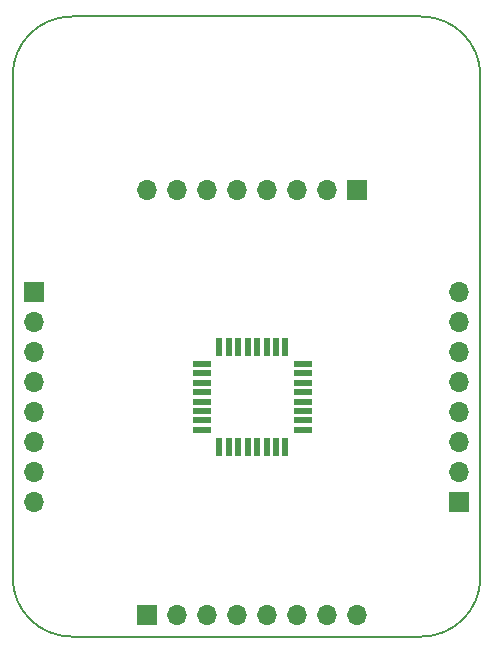
<source format=gbr>
G04 #@! TF.GenerationSoftware,KiCad,Pcbnew,5.1.4-e60b266~84~ubuntu19.04.1*
G04 #@! TF.CreationDate,2019-10-06T15:32:56+03:00*
G04 #@! TF.ProjectId,BRK-QFP-32-7x7-P0.8,42524b2d-5146-4502-9d33-322d3778372d,v1.0*
G04 #@! TF.SameCoordinates,Original*
G04 #@! TF.FileFunction,Soldermask,Top*
G04 #@! TF.FilePolarity,Negative*
%FSLAX46Y46*%
G04 Gerber Fmt 4.6, Leading zero omitted, Abs format (unit mm)*
G04 Created by KiCad (PCBNEW 5.1.4-e60b266~84~ubuntu19.04.1) date 2019-10-06 15:32:56*
%MOMM*%
%LPD*%
G04 APERTURE LIST*
%ADD10C,0.150000*%
%ADD11R,0.550000X1.600000*%
%ADD12R,1.600000X0.550000*%
%ADD13O,1.700000X1.700000*%
%ADD14R,1.700000X1.700000*%
G04 APERTURE END LIST*
D10*
X73400000Y-30400000D02*
G75*
G02X78400000Y-35400000I0J-5000000D01*
G01*
X38800000Y-35400000D02*
G75*
G02X43800000Y-30400000I5000000J0D01*
G01*
X78400000Y-77900000D02*
G75*
G02X73400000Y-82900000I-5000000J0D01*
G01*
X43800000Y-82900000D02*
G75*
G02X38800000Y-77900000I0J5000000D01*
G01*
X73400000Y-82900000D02*
X43800000Y-82900000D01*
X78400000Y-35400000D02*
X78400000Y-77900000D01*
X43800000Y-30400000D02*
X73400000Y-30400000D01*
X38800000Y-77900000D02*
X38800000Y-35400000D01*
D11*
X56300000Y-58350000D03*
X57100000Y-58350000D03*
X57900000Y-58350000D03*
X58700000Y-58350000D03*
X59500000Y-58350000D03*
X60300000Y-58350000D03*
X61100000Y-58350000D03*
X61900000Y-58350000D03*
D12*
X63350000Y-59800000D03*
X63350000Y-60600000D03*
X63350000Y-61400000D03*
X63350000Y-62200000D03*
X63350000Y-63000000D03*
X63350000Y-63800000D03*
X63350000Y-64600000D03*
X63350000Y-65400000D03*
D11*
X61900000Y-66850000D03*
X61100000Y-66850000D03*
X60300000Y-66850000D03*
X59500000Y-66850000D03*
X58700000Y-66850000D03*
X57900000Y-66850000D03*
X57100000Y-66850000D03*
X56300000Y-66850000D03*
D12*
X54850000Y-65400000D03*
X54850000Y-64600000D03*
X54850000Y-63800000D03*
X54850000Y-63000000D03*
X54850000Y-62200000D03*
X54850000Y-61400000D03*
X54850000Y-60600000D03*
X54850000Y-59800000D03*
D13*
X50210000Y-45100000D03*
X52750000Y-45100000D03*
X55290000Y-45100000D03*
X57830000Y-45100000D03*
X60370000Y-45100000D03*
X62910000Y-45100000D03*
X65450000Y-45100000D03*
D14*
X67990000Y-45100000D03*
D13*
X76600000Y-53710000D03*
X76600000Y-56250000D03*
X76600000Y-58790000D03*
X76600000Y-61330000D03*
X76600000Y-63870000D03*
X76600000Y-66410000D03*
X76600000Y-68950000D03*
D14*
X76600000Y-71490000D03*
D13*
X67990000Y-81100000D03*
X65450000Y-81100000D03*
X62910000Y-81100000D03*
X60370000Y-81100000D03*
X57830000Y-81100000D03*
X55290000Y-81100000D03*
X52750000Y-81100000D03*
D14*
X50210000Y-81100000D03*
D13*
X40600000Y-71490000D03*
X40600000Y-68950000D03*
X40600000Y-66410000D03*
X40600000Y-63870000D03*
X40600000Y-61330000D03*
X40600000Y-58790000D03*
X40600000Y-56250000D03*
D14*
X40600000Y-53710000D03*
M02*

</source>
